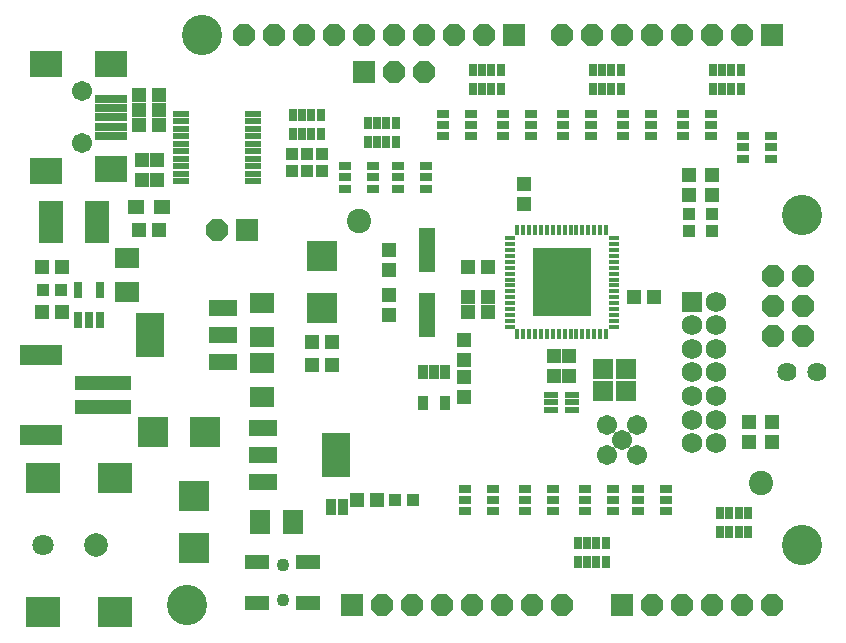
<source format=gts>
G75*
G70*
%OFA0B0*%
%FSLAX24Y24*%
%IPPOS*%
%LPD*%
%AMOC8*
5,1,8,0,0,1.08239X$1,22.5*
%
%ADD10C,0.1340*%
%ADD11OC8,0.0720*%
%ADD12R,0.0513X0.0474*%
%ADD13R,0.0474X0.0513*%
%ADD14R,0.0720X0.0720*%
%ADD15R,0.0789X0.0710*%
%ADD16R,0.0395X0.0395*%
%ADD17R,0.1025X0.1025*%
%ADD18R,0.0960X0.0560*%
%ADD19R,0.0946X0.1497*%
%ADD20R,0.0710X0.0789*%
%ADD21R,0.0178X0.0356*%
%ADD22R,0.0356X0.0178*%
%ADD23R,0.1950X0.2304*%
%ADD24R,0.0474X0.0218*%
%ADD25C,0.0674*%
%ADD26R,0.1064X0.0867*%
%ADD27R,0.1064X0.0277*%
%ADD28R,0.0395X0.0297*%
%ADD29R,0.0352X0.0470*%
%ADD30R,0.0277X0.0434*%
%ADD31R,0.0828X0.1419*%
%ADD32R,0.1182X0.1025*%
%ADD33C,0.0710*%
%ADD34C,0.0789*%
%ADD35R,0.0552X0.1458*%
%ADD36R,0.0680X0.0680*%
%ADD37C,0.0680*%
%ADD38R,0.0580X0.0205*%
%ADD39R,0.0552X0.0474*%
%ADD40R,0.0686X0.0686*%
%ADD41R,0.1891X0.0474*%
%ADD42R,0.1419X0.0710*%
%ADD43R,0.0297X0.0552*%
%ADD44C,0.0434*%
%ADD45R,0.0789X0.0474*%
%ADD46C,0.0812*%
%ADD47C,0.0640*%
%ADD48R,0.0330X0.0580*%
D10*
X007250Y002336D03*
X027750Y004336D03*
X027750Y015336D03*
X007750Y021336D03*
D11*
X009150Y021336D03*
X010150Y021336D03*
X011150Y021336D03*
X012150Y021336D03*
X013150Y021336D03*
X014150Y021336D03*
X015150Y021336D03*
X016150Y021336D03*
X017150Y021336D03*
X015150Y020086D03*
X014150Y020086D03*
X019750Y021336D03*
X020750Y021336D03*
X021750Y021336D03*
X022750Y021336D03*
X023750Y021336D03*
X024750Y021336D03*
X025750Y021336D03*
X026805Y013316D03*
X027805Y013316D03*
X027805Y012316D03*
X026805Y012316D03*
X026805Y011316D03*
X027805Y011316D03*
X026750Y002336D03*
X025750Y002336D03*
X024750Y002336D03*
X023750Y002336D03*
X022750Y002336D03*
X019750Y002336D03*
X018750Y002336D03*
X017750Y002336D03*
X016750Y002336D03*
X015750Y002336D03*
X014750Y002336D03*
X013750Y002336D03*
X008250Y014836D03*
D12*
X006335Y014836D03*
X005665Y014836D03*
X005665Y019336D03*
X006335Y019336D03*
X016615Y013586D03*
X017285Y013586D03*
X017285Y012586D03*
X017285Y012086D03*
X016615Y012086D03*
X016615Y012586D03*
X016500Y009920D03*
X016500Y009251D03*
X022165Y012586D03*
X022835Y012586D03*
X024000Y016001D03*
X024000Y016670D03*
X024750Y016670D03*
X024750Y016001D03*
D13*
X018500Y015701D03*
X018500Y016370D03*
X014000Y014170D03*
X014000Y013501D03*
X014000Y012670D03*
X014000Y012001D03*
X012085Y011086D03*
X011415Y011086D03*
X011415Y010336D03*
X012085Y010336D03*
X016500Y010501D03*
X016500Y011170D03*
X019500Y010620D03*
X020000Y010620D03*
X020000Y009951D03*
X019500Y009951D03*
X013585Y005836D03*
X012915Y005836D03*
X003085Y012086D03*
X002415Y012086D03*
X002415Y013586D03*
X003085Y013586D03*
X005750Y016501D03*
X006250Y016501D03*
X006250Y017170D03*
X005750Y017170D03*
X005665Y018336D03*
X005665Y018836D03*
X006335Y018836D03*
X006335Y018336D03*
X026000Y008420D03*
X026000Y007751D03*
X026750Y007751D03*
X026750Y008420D03*
D14*
X021750Y002336D03*
X012750Y002336D03*
X009250Y014836D03*
X013150Y020086D03*
X018150Y021336D03*
X026750Y021336D03*
D15*
X009750Y012387D03*
X009750Y011284D03*
X009750Y010387D03*
X009750Y009284D03*
X005250Y012784D03*
X005250Y013887D03*
D16*
X003045Y012836D03*
X002455Y012836D03*
X010750Y016790D03*
X011250Y016790D03*
X011750Y016790D03*
X011750Y017381D03*
X011250Y017381D03*
X010750Y017381D03*
X024000Y015381D03*
X024000Y014790D03*
X024750Y014790D03*
X024750Y015381D03*
X014795Y005836D03*
X014205Y005836D03*
D17*
X007866Y008086D03*
X006134Y008086D03*
X007500Y005952D03*
X007500Y004219D03*
X011750Y012219D03*
X011750Y013952D03*
D18*
X008470Y012245D03*
X008470Y011336D03*
X008470Y010426D03*
X009780Y008245D03*
X009780Y007336D03*
X009780Y006426D03*
D19*
X012220Y007336D03*
X006030Y011336D03*
D20*
X009699Y005086D03*
X010801Y005086D03*
D21*
X018274Y011353D03*
X018470Y011353D03*
X018667Y011353D03*
X018864Y011353D03*
X019061Y011353D03*
X019258Y011353D03*
X019455Y011353D03*
X019652Y011353D03*
X019848Y011353D03*
X020045Y011353D03*
X020242Y011353D03*
X020439Y011353D03*
X020636Y011353D03*
X020833Y011353D03*
X021030Y011353D03*
X021226Y011353D03*
X021226Y014818D03*
X021030Y014818D03*
X020833Y014818D03*
X020636Y014818D03*
X020439Y014818D03*
X020242Y014818D03*
X020045Y014818D03*
X019848Y014818D03*
X019652Y014818D03*
X019455Y014818D03*
X019258Y014818D03*
X019061Y014818D03*
X018864Y014818D03*
X018667Y014818D03*
X018470Y014818D03*
X018274Y014818D03*
D22*
X018018Y014562D03*
X018018Y014365D03*
X018018Y014168D03*
X018018Y013971D03*
X018018Y013775D03*
X018018Y013578D03*
X018018Y013381D03*
X018018Y013184D03*
X018018Y012987D03*
X018018Y012790D03*
X018018Y012593D03*
X018018Y012397D03*
X018018Y012200D03*
X018018Y012003D03*
X018018Y011806D03*
X018018Y011609D03*
X021482Y011609D03*
X021482Y011806D03*
X021482Y012003D03*
X021482Y012200D03*
X021482Y012397D03*
X021482Y012593D03*
X021482Y012790D03*
X021482Y012987D03*
X021482Y013184D03*
X021482Y013381D03*
X021482Y013578D03*
X021482Y013775D03*
X021482Y013971D03*
X021482Y014168D03*
X021482Y014365D03*
X021482Y014562D03*
D23*
X019750Y013086D03*
D24*
X019396Y009341D03*
X019396Y009086D03*
X019396Y008830D03*
X020104Y008830D03*
X020104Y009086D03*
X020104Y009341D03*
D25*
X021250Y008336D03*
X021750Y007836D03*
X021250Y007336D03*
X022250Y007336D03*
X022250Y008336D03*
X003750Y017719D03*
X003750Y019452D03*
D26*
X004734Y020357D03*
X002569Y020357D03*
X002569Y016814D03*
X004734Y016853D03*
D27*
X004734Y017956D03*
X004734Y018271D03*
X004734Y018586D03*
X004734Y018901D03*
X004734Y019216D03*
D28*
X012528Y016960D03*
X012528Y016586D03*
X012528Y016212D03*
X013472Y016212D03*
X013472Y016586D03*
X013472Y016960D03*
X014278Y016960D03*
X014278Y016586D03*
X014278Y016212D03*
X015222Y016212D03*
X015222Y016586D03*
X015222Y016960D03*
X015778Y017962D03*
X015778Y018336D03*
X015778Y018710D03*
X016722Y018710D03*
X016722Y018336D03*
X016722Y017962D03*
X017778Y017962D03*
X017778Y018336D03*
X017778Y018710D03*
X018722Y018710D03*
X018722Y018336D03*
X018722Y017962D03*
X019778Y017962D03*
X019778Y018336D03*
X019778Y018710D03*
X020722Y018710D03*
X020722Y018336D03*
X020722Y017962D03*
X021778Y017962D03*
X021778Y018336D03*
X021778Y018710D03*
X022722Y018710D03*
X022722Y018336D03*
X022722Y017962D03*
X023778Y017962D03*
X023778Y018336D03*
X023778Y018710D03*
X024722Y018710D03*
X024722Y018336D03*
X024722Y017962D03*
X025778Y017960D03*
X025778Y017586D03*
X025778Y017212D03*
X026722Y017212D03*
X026722Y017586D03*
X026722Y017960D03*
X023222Y006210D03*
X023222Y005836D03*
X023222Y005462D03*
X022278Y005462D03*
X022278Y005836D03*
X022278Y006210D03*
X021472Y006210D03*
X021472Y005836D03*
X021472Y005462D03*
X020528Y005462D03*
X020528Y005836D03*
X020528Y006210D03*
X019472Y006210D03*
X019472Y005836D03*
X019472Y005462D03*
X018528Y005462D03*
X018528Y005836D03*
X018528Y006210D03*
X017472Y006210D03*
X017472Y005836D03*
X017472Y005462D03*
X016528Y005462D03*
X016528Y005836D03*
X016528Y006210D03*
D29*
X015874Y009074D03*
X015126Y009074D03*
X015126Y010093D03*
X015500Y010093D03*
X015874Y010093D03*
D30*
X020278Y004401D03*
X020593Y004401D03*
X020907Y004401D03*
X021222Y004401D03*
X021222Y003771D03*
X020907Y003771D03*
X020593Y003771D03*
X020278Y003771D03*
X025028Y004771D03*
X025343Y004771D03*
X025657Y004771D03*
X025972Y004771D03*
X025972Y005401D03*
X025657Y005401D03*
X025343Y005401D03*
X025028Y005401D03*
X014222Y017771D03*
X013907Y017771D03*
X013593Y017771D03*
X013278Y017771D03*
X013278Y018401D03*
X013593Y018401D03*
X013907Y018401D03*
X014222Y018401D03*
X016778Y019521D03*
X017093Y019521D03*
X017407Y019521D03*
X017722Y019521D03*
X017722Y020151D03*
X017407Y020151D03*
X017093Y020151D03*
X016778Y020151D03*
X020778Y020151D03*
X021093Y020151D03*
X021407Y020151D03*
X021722Y020151D03*
X021722Y019521D03*
X021407Y019521D03*
X021093Y019521D03*
X020778Y019521D03*
X024778Y019521D03*
X025093Y019521D03*
X025407Y019521D03*
X025722Y019521D03*
X025722Y020151D03*
X025407Y020151D03*
X025093Y020151D03*
X024778Y020151D03*
X011722Y018651D03*
X011407Y018651D03*
X011093Y018651D03*
X010778Y018651D03*
X010778Y018021D03*
X011093Y018021D03*
X011407Y018021D03*
X011722Y018021D03*
D31*
X004268Y015086D03*
X002732Y015086D03*
D32*
X002469Y002091D03*
X004870Y002091D03*
X004870Y006580D03*
X002469Y006580D03*
D33*
X002469Y004336D03*
D34*
X004240Y004336D03*
D35*
X015250Y012003D03*
X015250Y014168D03*
D36*
X024106Y012448D03*
D37*
X024894Y012448D03*
X024894Y011660D03*
X024894Y010873D03*
X024106Y010873D03*
X024106Y011660D03*
X024106Y010086D03*
X024894Y010086D03*
X024894Y009298D03*
X024106Y009298D03*
X024106Y008511D03*
X024106Y007723D03*
X024894Y007723D03*
X024894Y008511D03*
D38*
X009450Y016461D03*
X009450Y016711D03*
X009450Y016961D03*
X009450Y017211D03*
X009450Y017461D03*
X009450Y017711D03*
X009450Y017961D03*
X009450Y018211D03*
X009450Y018461D03*
X009450Y018711D03*
X007050Y018711D03*
X007050Y018461D03*
X007050Y018211D03*
X007050Y017961D03*
X007050Y017711D03*
X007050Y017461D03*
X007050Y017211D03*
X007050Y016961D03*
X007050Y016711D03*
X007050Y016461D03*
D39*
X006433Y015586D03*
X005567Y015586D03*
D40*
X021118Y010217D03*
X021882Y010217D03*
X021882Y009454D03*
X021118Y009454D03*
D41*
X004457Y009729D03*
X004457Y008942D03*
D42*
X002409Y007997D03*
X002409Y010674D03*
D43*
X003626Y011824D03*
X004000Y011824D03*
X004374Y011824D03*
X004374Y012847D03*
X003626Y012847D03*
D44*
X010450Y003676D03*
X010450Y002495D03*
D45*
X009604Y002416D03*
X009604Y003755D03*
X011296Y003755D03*
X011296Y002416D03*
D46*
X026400Y006386D03*
X013000Y015136D03*
D47*
X027250Y010086D03*
X028250Y010086D03*
D48*
X012450Y005586D03*
X012050Y005586D03*
M02*

</source>
